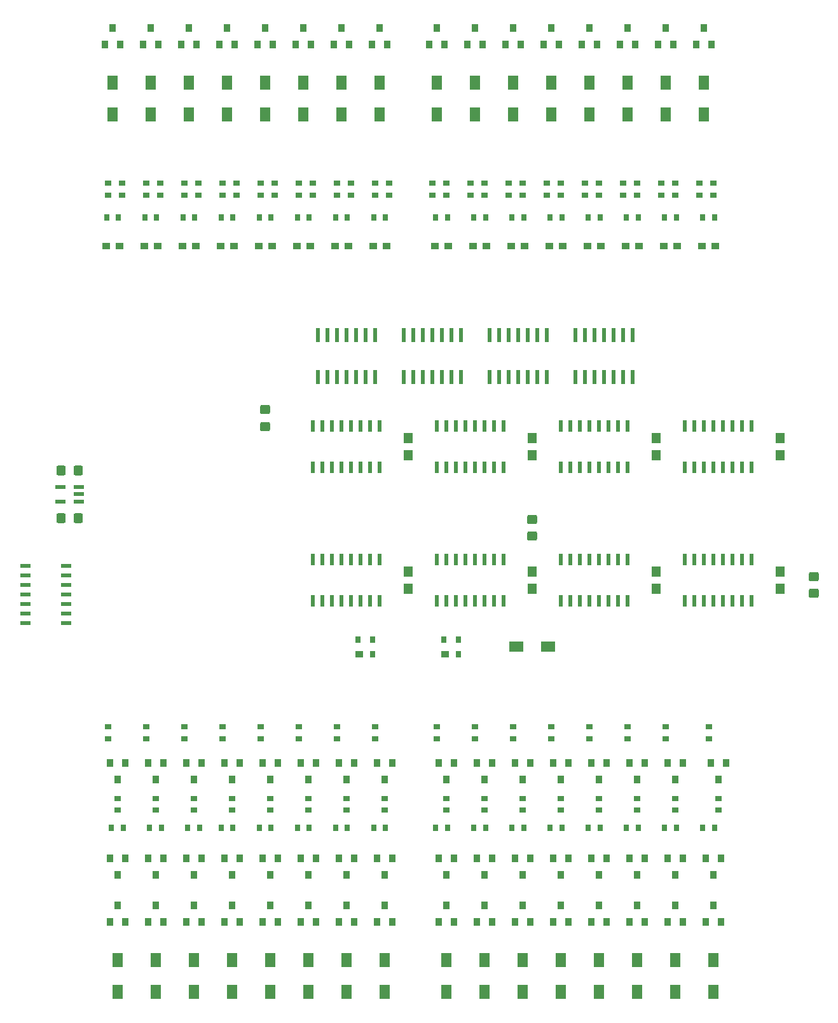
<source format=gbr>
G04 Easy-PC Gerber Version 25.0 Build 5877*
G04 #@! TF.Part,Single*
G04 #@! TF.FileFunction,Paste,Top*
G04 #@! TF.FilePolarity,Positive*
%FSLAX35Y35*%
%MOIN*%
G04 #@! TA.AperFunction,SMDPad,CuDef*
%AMT132*0 Rounded Rectangle Pad at angle 0*4,1,40,-0.01635,-0.02525,0.01635,-0.02525,0.01781,-0.02513,0.01922,-0.02475,0.02055,-0.02413,0.02175,-0.02329,0.02279,-0.02226,0.02363,-0.02106,0.02424,-0.01973,0.02462,-0.01831,0.02475,-0.01685,0.02475,0.01685,0.02463,0.01831,0.02425,0.01972,0.02363,0.02105,0.02279,0.02225,0.02176,0.02329,0.02056,0.02413,0.01923,0.02474,0.01781,0.02512,0.01635,0.02525,-0.01635,0.02525,-0.01781,0.02513,-0.01922,0.02475,-0.02055,0.02413,-0.02175,0.02329,-0.02279,0.02226,-0.02363,0.02106,-0.02424,0.01973,-0.02462,0.01831,-0.02475,0.01685,-0.02475,-0.01685,-0.02463,-0.01831,-0.02425,-0.01972,-0.02363,-0.02105,-0.02279,-0.02225,-0.02176,-0.02329,-0.02056,-0.02413,-0.01923,-0.02474,-0.01781,-0.02512,-0.01635,-0.02525,0*%
%ADD132T132*%
%ADD135R,0.02250X0.07750*%
%ADD117R,0.02303X0.05846*%
%ADD130R,0.02835X0.03228*%
%ADD116R,0.03012X0.03406*%
%ADD136R,0.03600X0.04400*%
%ADD131R,0.04950X0.05450*%
%ADD134R,0.05492X0.07264*%
%AMT120*0 Rounded Rectangle Pad at angle 90*4,1,40,0.02525,-0.01635,0.02525,0.01635,0.02513,0.01781,0.02475,0.01922,0.02413,0.02055,0.02329,0.02175,0.02226,0.02279,0.02106,0.02363,0.01973,0.02424,0.01831,0.02462,0.01685,0.02475,-0.01685,0.02475,-0.01831,0.02463,-0.01972,0.02425,-0.02105,0.02363,-0.02225,0.02279,-0.02329,0.02176,-0.02413,0.02056,-0.02474,0.01923,-0.02512,0.01781,-0.02525,0.01635,-0.02525,-0.01635,-0.02513,-0.01781,-0.02475,-0.01922,-0.02413,-0.02055,-0.02329,-0.02175,-0.02226,-0.02279,-0.02106,-0.02363,-0.01973,-0.02424,-0.01831,-0.02462,-0.01685,-0.02475,0.01685,-0.02475,0.01831,-0.02463,0.01972,-0.02425,0.02105,-0.02363,0.02225,-0.02279,0.02329,-0.02176,0.02413,-0.02056,0.02474,-0.01923,0.02512,-0.01781,0.02525,-0.01635,0*%
%ADD120T120*%
%ADD118R,0.05276X0.02126*%
%ADD119R,0.05740X0.02480*%
%ADD138R,0.03406X0.03012*%
%ADD121R,0.04370X0.03189*%
%ADD137R,0.03898X0.03543*%
%ADD133R,0.07264X0.05492*%
G04 #@! TD.AperFunction*
X0Y0D02*
D02*
D116*
X169600Y470250D03*
X172100Y150250D03*
X175900Y470250D03*
X178400Y150250D03*
X189600Y470250D03*
X192100Y150250D03*
X195900Y470250D03*
X198400Y150250D03*
X209600Y470250D03*
X212100Y150250D03*
X215900Y470250D03*
X218400Y150250D03*
X229600D03*
Y470250D03*
X235900Y150250D03*
Y470250D03*
X249600Y150250D03*
Y470250D03*
X255900Y150250D03*
Y470250D03*
X269600Y150250D03*
Y470250D03*
X275900Y150250D03*
Y470250D03*
X289600Y150250D03*
Y470250D03*
X295900Y150250D03*
Y470250D03*
X309600Y150250D03*
Y470250D03*
X315900Y150250D03*
Y470250D03*
X342100Y150250D03*
Y470250D03*
X348400Y150250D03*
Y470250D03*
X362100Y150250D03*
Y470250D03*
X368400Y150250D03*
Y470250D03*
X382100Y150250D03*
Y470250D03*
X388400Y150250D03*
Y470250D03*
X402100Y150250D03*
Y470250D03*
X408400Y150250D03*
Y470250D03*
X422100Y150250D03*
Y470250D03*
X428400Y150250D03*
Y470250D03*
X442100Y150250D03*
Y470250D03*
X448400Y150250D03*
Y470250D03*
X462100Y150250D03*
Y470250D03*
X468400Y150250D03*
Y470250D03*
X482100Y150250D03*
Y470250D03*
X488400Y150250D03*
Y470250D03*
D02*
D117*
X277750Y269522D03*
Y290978D03*
Y339522D03*
Y360978D03*
X282750Y269522D03*
Y290978D03*
Y339522D03*
Y360978D03*
X287750Y269522D03*
Y290978D03*
Y339522D03*
Y360978D03*
X292750Y269522D03*
Y290978D03*
Y339522D03*
Y360978D03*
X297750Y269522D03*
Y290978D03*
Y339522D03*
Y360978D03*
X302750Y269522D03*
Y290978D03*
Y339522D03*
Y360978D03*
X307750Y269522D03*
Y290978D03*
Y339522D03*
Y360978D03*
X312750Y269522D03*
Y290978D03*
Y339522D03*
Y360978D03*
X342750Y269522D03*
Y290978D03*
Y339522D03*
Y360978D03*
X347750Y269522D03*
Y290978D03*
Y339522D03*
Y360978D03*
X352750Y269522D03*
Y290978D03*
Y339522D03*
Y360978D03*
X357750Y269522D03*
Y290978D03*
Y339522D03*
Y360978D03*
X362750Y269522D03*
Y290978D03*
Y339522D03*
Y360978D03*
X367750Y269522D03*
Y290978D03*
Y339522D03*
Y360978D03*
X372750Y269522D03*
Y290978D03*
Y339522D03*
Y360978D03*
X377750Y269522D03*
Y290978D03*
Y339522D03*
Y360978D03*
X407750Y269522D03*
Y290978D03*
Y339522D03*
Y360978D03*
X412750Y269522D03*
Y290978D03*
Y339522D03*
Y360978D03*
X417750Y269522D03*
Y290978D03*
Y339522D03*
Y360978D03*
X422750Y269522D03*
Y290978D03*
Y339522D03*
Y360978D03*
X427750Y269522D03*
Y290978D03*
Y339522D03*
Y360978D03*
X432750Y269522D03*
Y290978D03*
Y339522D03*
Y360978D03*
X437750Y269522D03*
Y290978D03*
Y339522D03*
Y360978D03*
X442750Y269522D03*
Y290978D03*
Y339522D03*
Y360978D03*
X472750Y269522D03*
Y290978D03*
Y339522D03*
Y360978D03*
X477750Y269522D03*
Y290978D03*
Y339522D03*
Y360978D03*
X482750Y269522D03*
Y290978D03*
Y339522D03*
Y360978D03*
X487750Y269522D03*
Y290978D03*
Y339522D03*
Y360978D03*
X492750Y269522D03*
Y290978D03*
Y339522D03*
Y360978D03*
X497750Y269522D03*
Y290978D03*
Y339522D03*
Y360978D03*
X502750Y269522D03*
Y290978D03*
Y339522D03*
Y360978D03*
X507750Y269522D03*
Y290978D03*
Y339522D03*
Y360978D03*
D02*
D118*
X145329Y321510D03*
Y328990D03*
X155171Y321510D03*
Y325250D03*
Y328990D03*
D02*
D119*
X127077Y257750D03*
Y262750D03*
Y267750D03*
Y272750D03*
Y277750D03*
Y282750D03*
Y287750D03*
X148423Y257750D03*
Y262750D03*
Y267750D03*
Y272750D03*
Y277750D03*
Y282750D03*
Y287750D03*
D02*
D120*
X252750Y360850D03*
Y369650D03*
X392750Y303350D03*
Y312150D03*
X540250Y273350D03*
Y282150D03*
D02*
D121*
X302100Y241313D03*
X347100D03*
D02*
D130*
X301313Y249187D03*
X309187Y241313D03*
Y249187D03*
X346313D03*
X354187Y241313D03*
Y249187D03*
D02*
D131*
X327750Y275750D03*
Y284750D03*
Y345750D03*
Y354750D03*
X392750Y275750D03*
Y284750D03*
Y345750D03*
Y354750D03*
X457750Y275750D03*
Y284750D03*
Y345750D03*
Y354750D03*
X522750Y275750D03*
Y284750D03*
Y345750D03*
Y354750D03*
D02*
D132*
X145850Y312750D03*
Y337750D03*
X154650Y312750D03*
Y337750D03*
D02*
D133*
X384482Y245250D03*
X401018D03*
D02*
D134*
X172750Y524482D03*
Y541018D03*
X175250Y64482D03*
Y81018D03*
X192750Y524482D03*
Y541018D03*
X195250Y64482D03*
Y81018D03*
X212750Y524482D03*
Y541018D03*
X215250Y64482D03*
Y81018D03*
X232750Y524482D03*
Y541018D03*
X235250Y64482D03*
Y81018D03*
X252750Y524482D03*
Y541018D03*
X255250Y64482D03*
Y81018D03*
X272750Y524482D03*
Y541018D03*
X275250Y64482D03*
Y81018D03*
X292750Y524482D03*
Y541018D03*
X295250Y64482D03*
Y81018D03*
X312750Y524482D03*
Y541018D03*
X315250Y64482D03*
Y81018D03*
X342750Y524482D03*
Y541018D03*
X347750Y64482D03*
Y81018D03*
X362750Y524482D03*
Y541018D03*
X367750Y64482D03*
Y81018D03*
X382750Y524482D03*
Y541018D03*
X387750Y64482D03*
Y81018D03*
X402750Y524482D03*
Y541018D03*
X407750Y64482D03*
Y81018D03*
X422750Y524482D03*
Y541018D03*
X427750Y64482D03*
Y81018D03*
X442750Y524482D03*
Y541018D03*
X447750Y64482D03*
Y81018D03*
X462750Y524482D03*
Y541018D03*
X467750Y64482D03*
Y81018D03*
X482750Y524482D03*
Y541018D03*
X487750Y64482D03*
Y81018D03*
D02*
D135*
X280250Y386750D03*
Y408750D03*
X285250Y386750D03*
Y408750D03*
X290250Y386750D03*
Y408750D03*
X295250Y386750D03*
Y408750D03*
X300250Y386750D03*
Y408750D03*
X305250Y386750D03*
Y408750D03*
X310250Y386750D03*
Y408750D03*
X325250Y386750D03*
Y408750D03*
X330250Y386750D03*
Y408750D03*
X335250Y386750D03*
Y408750D03*
X340250Y386750D03*
Y408750D03*
X345250Y386750D03*
Y408750D03*
X350250Y386750D03*
Y408750D03*
X355250Y386750D03*
Y408750D03*
X370250Y386750D03*
Y408750D03*
X375250Y386750D03*
Y408750D03*
X380250Y386750D03*
Y408750D03*
X385250Y386750D03*
Y408750D03*
X390250Y386750D03*
Y408750D03*
X395250Y386750D03*
Y408750D03*
X400250Y386750D03*
Y408750D03*
X415250Y386750D03*
Y408750D03*
X420250Y386750D03*
Y408750D03*
X425250Y386750D03*
Y408750D03*
X430250Y386750D03*
Y408750D03*
X435250Y386750D03*
Y408750D03*
X440250Y386750D03*
Y408750D03*
X445250Y386750D03*
Y408750D03*
D02*
D136*
X168750Y560950D03*
X171250Y100950D03*
Y134550D03*
Y184550D03*
X172750Y569650D03*
X175250Y109650D03*
Y125850D03*
Y175850D03*
X176750Y560950D03*
X179250Y100950D03*
Y134550D03*
Y184550D03*
X188750Y560950D03*
X191250Y100950D03*
Y134550D03*
Y184550D03*
X192750Y569650D03*
X195250Y109650D03*
Y125850D03*
Y175850D03*
X196750Y560950D03*
X199250Y100950D03*
Y134550D03*
Y184550D03*
X208750Y560950D03*
X211250Y100950D03*
Y134550D03*
Y184550D03*
X212750Y569650D03*
X215250Y109650D03*
Y125850D03*
Y175850D03*
X216750Y560950D03*
X219250Y100950D03*
Y134550D03*
Y184550D03*
X228750Y560950D03*
X231250Y100950D03*
Y134550D03*
Y184550D03*
X232750Y569650D03*
X235250Y109650D03*
Y125850D03*
Y175850D03*
X236750Y560950D03*
X239250Y100950D03*
Y134550D03*
Y184550D03*
X248750Y560950D03*
X251250Y100950D03*
Y134550D03*
Y184550D03*
X252750Y569650D03*
X255250Y109650D03*
Y125850D03*
Y175850D03*
X256750Y560950D03*
X259250Y100950D03*
Y134550D03*
Y184550D03*
X268750Y560950D03*
X271250Y100950D03*
Y134550D03*
Y184550D03*
X272750Y569650D03*
X275250Y109650D03*
Y125850D03*
Y175850D03*
X276750Y560950D03*
X279250Y100950D03*
Y134550D03*
Y184550D03*
X288750Y560950D03*
X291250Y100950D03*
Y134550D03*
Y184550D03*
X292750Y569650D03*
X295250Y109650D03*
Y125850D03*
Y175850D03*
X296750Y560950D03*
X299250Y100950D03*
Y134550D03*
Y184550D03*
X308750Y560950D03*
X311250Y100950D03*
Y134550D03*
Y184550D03*
X312750Y569650D03*
X315250Y109650D03*
Y125850D03*
Y175850D03*
X316750Y560950D03*
X319250Y100950D03*
Y134550D03*
Y184550D03*
X338750Y560950D03*
X342750Y569650D03*
X343750Y100950D03*
Y134550D03*
Y184550D03*
X346750Y560950D03*
X347750Y109650D03*
Y125850D03*
Y175850D03*
X351750Y100950D03*
Y134550D03*
Y184550D03*
X358750Y560950D03*
X362750Y569650D03*
X363750Y100950D03*
Y134550D03*
Y184550D03*
X366750Y560950D03*
X367750Y109650D03*
Y125850D03*
Y175850D03*
X371750Y100950D03*
Y134550D03*
Y184550D03*
X378750Y560950D03*
X382750Y569650D03*
X383750Y100950D03*
Y134550D03*
Y184550D03*
X386750Y560950D03*
X387750Y109650D03*
Y125850D03*
Y175850D03*
X391750Y100950D03*
Y134550D03*
Y184550D03*
X398750Y560950D03*
X402750Y569650D03*
X403750Y100950D03*
Y134550D03*
Y184550D03*
X406750Y560950D03*
X407750Y109650D03*
Y125850D03*
Y175850D03*
X411750Y100950D03*
Y134550D03*
Y184550D03*
X418750Y560950D03*
X422750Y569650D03*
X423750Y100950D03*
Y134550D03*
Y184550D03*
X426750Y560950D03*
X427750Y109650D03*
Y125850D03*
Y175850D03*
X431750Y100950D03*
Y134550D03*
Y184550D03*
X438750Y560950D03*
X442750Y569650D03*
X443750Y100950D03*
Y134550D03*
Y184550D03*
X446750Y560950D03*
X447750Y109650D03*
Y125850D03*
Y175850D03*
X451750Y100950D03*
Y134550D03*
Y184550D03*
X458750Y560950D03*
X462750Y569650D03*
X463750Y100950D03*
Y134550D03*
Y184550D03*
X466750Y560950D03*
X467750Y109650D03*
Y125850D03*
Y175850D03*
X471750Y100950D03*
Y134550D03*
Y184550D03*
X478750Y560950D03*
X482750Y569650D03*
X483750Y100950D03*
Y134550D03*
X486250Y184550D03*
X486750Y560950D03*
X487750Y109650D03*
Y125850D03*
X490250Y175850D03*
X491750Y100950D03*
Y134550D03*
X494250Y184550D03*
D02*
D137*
X169250Y455250D03*
X176250D03*
X189250D03*
X196250D03*
X209250D03*
X216250D03*
X229250D03*
X236250D03*
X249250D03*
X256250D03*
X269250D03*
X276250D03*
X289250D03*
X296250D03*
X309250D03*
X316250D03*
X341750D03*
X348750D03*
X361750D03*
X368750D03*
X381750D03*
X388750D03*
X401750D03*
X408750D03*
X421750D03*
X428750D03*
X441750D03*
X448750D03*
X461750D03*
X468750D03*
X481750D03*
X488750D03*
D02*
D138*
X170250Y197100D03*
Y203400D03*
Y482100D03*
Y488400D03*
X175250Y159600D03*
Y165900D03*
X177750Y482100D03*
Y488400D03*
X190250Y197100D03*
Y203400D03*
Y482100D03*
Y488400D03*
X195250Y159600D03*
Y165900D03*
X197750Y482100D03*
Y488400D03*
X210250Y197100D03*
Y203400D03*
Y482100D03*
Y488400D03*
X215250Y159600D03*
Y165900D03*
X217750Y482100D03*
Y488400D03*
X230250Y197100D03*
Y203400D03*
Y482100D03*
Y488400D03*
X235250Y159600D03*
Y165900D03*
X237750Y482100D03*
Y488400D03*
X250250Y197100D03*
Y203400D03*
Y482100D03*
Y488400D03*
X255250Y159600D03*
Y165900D03*
X257750Y482100D03*
Y488400D03*
X270250Y197100D03*
Y203400D03*
Y482100D03*
Y488400D03*
X275250Y159600D03*
Y165900D03*
X277750Y482100D03*
Y488400D03*
X290250Y197100D03*
Y203400D03*
Y482100D03*
Y488400D03*
X295250Y159600D03*
Y165900D03*
X297750Y482100D03*
Y488400D03*
X310250Y197100D03*
Y203400D03*
Y482100D03*
Y488400D03*
X315250Y159600D03*
Y165900D03*
X317750Y482100D03*
Y488400D03*
X340250Y482100D03*
Y488400D03*
X342750Y197100D03*
Y203400D03*
X347750Y159600D03*
Y165900D03*
Y482100D03*
Y488400D03*
X360250Y482100D03*
Y488400D03*
X362750Y197100D03*
Y203400D03*
X367750Y159600D03*
Y165900D03*
Y482100D03*
Y488400D03*
X380250Y482100D03*
Y488400D03*
X382750Y197100D03*
Y203400D03*
X387750Y159600D03*
Y165900D03*
Y482100D03*
Y488400D03*
X400250Y482100D03*
Y488400D03*
X402750Y197100D03*
Y203400D03*
X407750Y159600D03*
Y165900D03*
Y482100D03*
Y488400D03*
X420250Y482100D03*
Y488400D03*
X422750Y197100D03*
Y203400D03*
X427750Y159600D03*
Y165900D03*
Y482100D03*
Y488400D03*
X440250Y482100D03*
Y488400D03*
X442750Y197100D03*
Y203400D03*
X447750Y159600D03*
Y165900D03*
Y482100D03*
Y488400D03*
X460250Y482100D03*
Y488400D03*
X462750Y197100D03*
Y203400D03*
X467750Y159600D03*
Y165900D03*
Y482100D03*
Y488400D03*
X480250Y482100D03*
Y488400D03*
X485250Y197100D03*
Y203400D03*
X487750Y482100D03*
Y488400D03*
X490250Y159600D03*
Y165900D03*
X0Y0D02*
M02*

</source>
